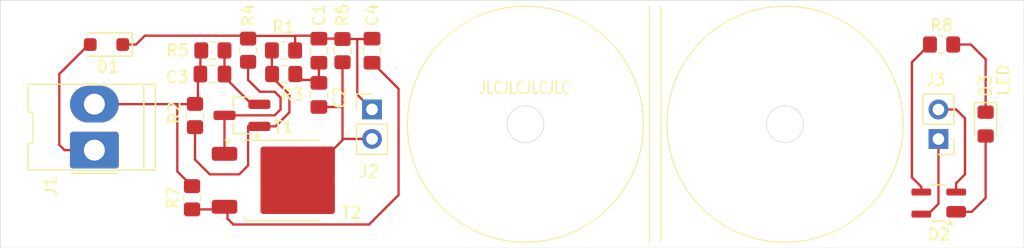
<source format=kicad_pcb>
(kicad_pcb (version 20240108) (generator "pcbnew") (generator_version "8.0")
  (layers (0 "F.Cu" signal) (31 "B.Cu" signal) (34 "B.Paste" user) (35 "F.Paste" user) (36 "B.SilkS" user "B.Silkscreen") (37 "F.SilkS" user "F.Silkscreen") (38 "B.Mask" user) (39 "F.Mask" user) (44 "Edge.Cuts" user))
  (net 0 "")
  (net 1 "Net-(T1-E)")
  (net 2 "Net-(T1-C)")
  (net 3 "Net-(T1-B)")
  (net 4 "Net-(D1-K)")
  (net 5 "Net-(D1-A)")
  (net 6 "0")
  (net 7 "Net-(C1-Pad2)")
  (net 8 "Net-(J2-Pin_2)")
  (net 9 "Net-(T2-E)")
  (net 10 "Net-(D2--)")
  (net 11 "Net-(D3-K)")
  (net 12 "Net-(J3-Pin_2)")
  (net 13 "Net-(D2-+)")
  (net 14 "Net-(J3-Pin_1)")
  (footprint "Connector_PinHeader_2.54mm:PinHeader_1x02_P2.54mm_Vertical" (layer "F.Cu") (at 187.452 77.475 180)
    (property "Reference" "J3" (at 0.254 5.085 180) (layer "F.SilkS"))
    (property "Value" " Coil 4uH")
    (fp_line (start 1.33 1.27) (end 1.33 3.87) (stroke (width 0.12)) (layer "F.SilkS"))
    (fp_line (start -1.33 3.87) (end 1.33 3.87) (stroke (width 0.12)) (layer "F.SilkS"))
    (fp_line (start -1.33 1.27) (end 1.33 1.27) (stroke (width 0.12)) (layer "F.SilkS"))
    (fp_line (start -1.33 1.27) (end -1.33 3.87) (stroke (width 0.12)) (layer "F.SilkS"))
    (fp_line (start -1.33 0) (end -1.33 -1.33) (stroke (width 0.12)) (layer "F.SilkS"))
    (fp_line (start -1.33 -1.33) (end 0 -1.33) (stroke (width 0.12)) (layer "F.SilkS"))
    (pad "1" thru_hole rect (at 0 0 180) (size 1.7 1.7) (drill 1) (layers "*.Cu" "*.Mask") (net 14 "Net-(J3-Pin_1)"))
    (pad "2" thru_hole oval (at 0 2.54 180) (size 1.7 1.7) (drill 1) (layers "*.Cu" "*.Mask") (net 12 "Net-(J3-Pin_2)"))
  )
  (footprint "Resistor_SMD:R_0805_2012Metric_Pad1.20x1.40mm_HandSolder" (layer "F.Cu") (at 131.08 71.882 180)
    (property "Reference" "R3" (at -0.746 -1.778 180) (layer "F.SilkS"))
    (property "Value" "22k")
    (fp_line (start -0.227064 0.735) (end 0.227064 0.735) (stroke (width 0.12)) (layer "F.SilkS"))
    (fp_line (start -0.227064 -0.735) (end 0.227064 -0.735) (stroke (width 0.12)) (layer "F.SilkS"))
    (pad "1" smd roundrect (at -1 0 180) (size 1.2 1.4) (layers "F.Cu" "F.Paste" "F.Mask") (roundrect_rratio 0.208333) (net 7 "Net-(C1-Pad2)"))
    (pad "2" smd roundrect (at 1 0 180) (size 1.2 1.4) (layers "F.Cu" "F.Paste" "F.Mask") (roundrect_rratio 0.208333) (net 3 "Net-(T1-B)"))
  )
  (footprint "Secoh:SOT-23_Mirrored_Handsoldering" (layer "F.Cu") (at 127.484 75.438 180)
    (property "Reference" "T1" (at -3.58 -1.016 180) (layer "F.SilkS"))
    (property "Value" "2SC2412K")
    (fp_line (start 0.76 1.58) (end 0.76 0.65) (stroke (width 0.12)) (layer "F.SilkS"))
    (fp_line (start 0.76 1.58) (end -0.7 1.58) (stroke (width 0.12)) (layer "F.SilkS"))
    (fp_line (start 0.76 -1.58) (end 0.76 -0.65) (stroke (width 0.12)) (layer "F.SilkS"))
    (fp_line (start -0.04 -1.58) (end 0.76 -1.58) (stroke (width 0.12)) (layer "F.SilkS"))
    (fp_line (start -0.04 -1.58) (end -0.84 -1.58) (stroke (width 0.12)) (layer "F.SilkS"))
    (fp_poly (pts (xy -1.34 -1.61) (xy -1.58 -1.94) (xy -1.1 -1.94) (xy -1.34 -1.61)) (stroke (width 0.12)) (fill solid) (layer "F.SilkS"))
    (pad "1" smd roundrect (at -1.5 0.95 180) (size 1.9 0.8) (layers "F.Cu" "F.Paste" "F.Mask") (net 1 "Net-(T1-E)"))
    (pad "2" smd roundrect (at -1.5 -0.95 180) (size 1.9 0.8) (layers "F.Cu" "F.Paste" "F.Mask") (net 3 "Net-(T1-B)"))
    (pad "3" smd roundrect (at 1.5 0 180) (size 1.9 0.8) (layers "F.Cu" "F.Paste" "F.Mask") (net 2 "Net-(T1-C)"))
  )
  (footprint "LED_SMD:LED_0805_2012Metric_Pad1.15x1.40mm_HandSolder" (layer "F.Cu") (at 191.516 76.191 -90)
    (property "Reference" "D3" (at -3.293 0 90) (layer "F.SilkS"))
    (property "Value" "LED" (at -3.801 -1.524 90) (layer "F.SilkS"))
    (fp_line (start -1.86 0.96) (end 1 0.96) (stroke (width 0.12)) (layer "F.SilkS"))
    (fp_line (start -1.86 -0.96) (end -1.86 0.96) (stroke (width 0.12)) (layer "F.SilkS"))
    (fp_line (start 1 -0.96) (end -1.86 -0.96) (stroke (width 0.12)) (layer "F.SilkS"))
    (pad "1" smd roundrect (at -1.025 0 270) (size 1.15 1.4) (layers "F.Cu" "F.Paste" "F.Mask") (roundrect_rratio 0.217391) (net 11 "Net-(D3-K)"))
    (pad "2" smd roundrect (at 1.025 0 270) (size 1.15 1.4) (layers "F.Cu" "F.Paste" "F.Mask") (roundrect_rratio 0.217391) (net 13 "Net-(D2-+)"))
  )
  (footprint "Capacitor_SMD:C_0805_2012Metric_Pad1.18x1.45mm_HandSolder" (layer "F.Cu") (at 138.684 69.8715 -90)
    (property "Reference" "C4" (at -3.0695 0 90) (layer "F.SilkS"))
    (property "Value" "1µ")
    (fp_line (start -0.261252 0.735) (end 0.261252 0.735) (stroke (width 0.12)) (layer "F.SilkS"))
    (fp_line (start -0.261252 -0.735) (end 0.261252 -0.735) (stroke (width 0.12)) (layer "F.SilkS"))
    (pad "1" smd roundrect (at -1.0375 0 270) (size 1.175 1.45) (layers "F.Cu" "F.Paste" "F.Mask") (roundrect_rratio 0.212766) (net 4 "Net-(D1-K)"))
    (pad "2" smd roundrect (at 1.0375 0 270) (size 1.175 1.45) (layers "F.Cu" "F.Paste" "F.Mask") (roundrect_rratio 0.212766) (net 9 "Net-(T2-E)"))
  )
  (footprint "Resistor_SMD:R_0805_2012Metric_Pad1.20x1.40mm_HandSolder" (layer "F.Cu") (at 123.444 75.454 90)
    (property "Reference" "R2" (at 0.238 -1.778 270) (layer "F.SilkS"))
    (property "Value" "100k")
    (fp_line (start -0.227064 -0.735) (end 0.227064 -0.735) (stroke (width 0.12)) (layer "F.SilkS"))
    (fp_line (start -0.227064 0.735) (end 0.227064 0.735) (stroke (width 0.12)) (layer "F.SilkS"))
    (pad "1" smd roundrect (at -1 0 90) (size 1.2 1.4) (layers "F.Cu" "F.Paste" "F.Mask") (roundrect_rratio 0.208333) (net 3 "Net-(T1-B)"))
    (pad "2" smd roundrect (at 1 0 90) (size 1.2 1.4) (layers "F.Cu" "F.Paste" "F.Mask") (roundrect_rratio 0.208333) (net 6 "0"))
  )
  (footprint "Capacitor_SMD:C_0805_2012Metric_Pad1.18x1.45mm_HandSolder" (layer "F.Cu") (at 124.9465 71.882 180)
    (property "Reference" "C3" (at 3.0265 -0.254 180) (layer "F.SilkS"))
    (property "Value" "0.01µ")
    (fp_line (start -0.261252 0.735) (end 0.261252 0.735) (stroke (width 0.12)) (layer "F.SilkS"))
    (fp_line (start -0.261252 -0.735) (end 0.261252 -0.735) (stroke (width 0.12)) (layer "F.SilkS"))
    (pad "1" smd roundrect (at -1.0375 0 180) (size 1.175 1.45) (layers "F.Cu" "F.Paste" "F.Mask") (roundrect_rratio 0.212766) (net 1 "Net-(T1-E)"))
    (pad "2" smd roundrect (at 1.0375 0 180) (size 1.175 1.45) (layers "F.Cu" "F.Paste" "F.Mask") (roundrect_rratio 0.212766) (net 6 "0"))
  )
  (footprint "Connector_PinHeader_2.54mm:PinHeader_1x02_P2.54mm_Vertical" (layer "F.Cu") (at 138.684 74.925)
    (property "Reference" "J2" (at -0.254 5.339 0) (layer "F.SilkS"))
    (property "Value" " Coil 4uH")
    (fp_line (start -1.33 -1.33) (end 0 -1.33) (stroke (width 0.12)) (layer "F.SilkS"))
    (fp_line (start -1.33 0) (end -1.33 -1.33) (stroke (width 0.12)) (layer "F.SilkS"))
    (fp_line (start -1.33 1.27) (end -1.33 3.87) (stroke (width 0.12)) (layer "F.SilkS"))
    (fp_line (start -1.33 1.27) (end 1.33 1.27) (stroke (width 0.12)) (layer "F.SilkS"))
    (fp_line (start -1.33 3.87) (end 1.33 3.87) (stroke (width 0.12)) (layer "F.SilkS"))
    (fp_line (start 1.33 1.27) (end 1.33 3.87) (stroke (width 0.12)) (layer "F.SilkS"))
    (pad "1" thru_hole rect (at 0 0) (size 1.7 1.7) (drill 1) (layers "*.Cu" "*.Mask") (net 4 "Net-(D1-K)"))
    (pad "2" thru_hole oval (at 0 2.54) (size 1.7 1.7) (drill 1) (layers "*.Cu" "*.Mask") (net 8 "Net-(J2-Pin_2)"))
  )
  (footprint "Resistor_SMD:R_0805_2012Metric_Pad1.20x1.40mm_HandSolder" (layer "F.Cu") (at 136.144 69.866 -90)
    (property "Reference" "R6" (at -3.064 0 90) (layer "F.SilkS"))
    (property "Value" "47k")
    (fp_line (start -0.227064 0.735) (end 0.227064 0.735) (stroke (width 0.12)) (layer "F.SilkS"))
    (fp_line (start -0.227064 -0.735) (end 0.227064 -0.735) (stroke (width 0.12)) (layer "F.SilkS"))
    (pad "1" smd roundrect (at -1 0 270) (size 1.2 1.4) (layers "F.Cu" "F.Paste" "F.Mask") (roundrect_rratio 0.208333) (net 4 "Net-(D1-K)"))
    (pad "2" smd roundrect (at 1 0 270) (size 1.2 1.4) (layers "F.Cu" "F.Paste" "F.Mask") (roundrect_rratio 0.208333) (net 8 "Net-(J2-Pin_2)"))
  )
  (footprint "Resistor_SMD:R_0805_2012Metric_Pad1.20x1.40mm_HandSolder" (layer "F.Cu") (at 123.19 82.534 90)
    (property "Reference" "R7" (at 0 -1.65 270) (layer "F.SilkS"))
    (property "Value" "1k")
    (fp_line (start -0.227064 -0.735) (end 0.227064 -0.735) (stroke (width 0.12)) (layer "F.SilkS"))
    (fp_line (start -0.227064 0.735) (end 0.227064 0.735) (stroke (width 0.12)) (layer "F.SilkS"))
    (pad "1" smd roundrect (at -1 0 90) (size 1.2 1.4) (layers "F.Cu" "F.Paste" "F.Mask") (roundrect_rratio 0.208333) (net 9 "Net-(T2-E)"))
    (pad "2" smd roundrect (at 1 0 90) (size 1.2 1.4) (layers "F.Cu" "F.Paste" "F.Mask") (roundrect_rratio 0.208333) (net 6 "0"))
  )
  (footprint "Capacitor_SMD:C_0805_2012Metric_Pad1.18x1.45mm_HandSolder" (layer "F.Cu") (at 134.112 73.6815 -90)
    (property "Reference" "C2" (at 0.2325 -1.778 90) (layer "F.SilkS"))
    (property "Value" "0.22µ")
    (fp_line (start -0.261252 0.735) (end 0.261252 0.735) (stroke (width 0.12)) (layer "F.SilkS"))
    (fp_line (start -0.261252 -0.735) (end 0.261252 -0.735) (stroke (width 0.12)) (layer "F.SilkS"))
    (pad "1" smd roundrect (at -1.0375 0 270) (size 1.175 1.45) (layers "F.Cu" "F.Paste" "F.Mask") (roundrect_rratio 0.212766) (net 7 "Net-(C1-Pad2)"))
    (pad "2" smd roundrect (at 1.0375 0 270) (size 1.175 1.45) (layers "F.Cu" "F.Paste" "F.Mask") (roundrect_rratio 0.212766) (net 8 "Net-(J2-Pin_2)"))
  )
  (footprint "Connector_Molex:Molex_KK-396_5273-02A_1x02_P3.96mm_Vertical" (layer "F.Cu") (at 114.779 78.434 90)
    (property "Reference" "J1" (at -3.1 -3.781 270) (layer "F.SilkS"))
    (property "Value" "12-24V")
    (fp_line (start 5.67 -5.71) (end 5.67 5.26) (stroke (width 0.12)) (layer "F.SilkS"))
    (fp_line (start 3.27 -5.71) (end 5.67 -5.71) (stroke (width 0.12)) (layer "F.SilkS"))
    (fp_line (start 0.57 -5.71) (end 0.57 -5.31) (stroke (width 0.12)) (layer "F.SilkS"))
    (fp_line (start -1.71 -5.71) (end 0.57 -5.71) (stroke (width 0.12)) (layer "F.SilkS"))
    (fp_line (start 3.27 -5.31) (end 3.27 -5.71) (stroke (width 0.12)) (layer "F.SilkS"))
    (fp_line (start 0.57 -5.31) (end 3.27 -5.31) (stroke (width 0.12)) (layer "F.SilkS"))
    (fp_line (start -2 -2) (end -2 2) (stroke (width 0.12)) (layer "F.SilkS"))
    (fp_line (start -1.71 4.26) (end -1.71 -5.71) (stroke (width 0.12)) (layer "F.SilkS"))
    (fp_line (start -1.71 4.26) (end 5.67 4.26) (stroke (width 0.12)) (layer "F.SilkS"))
    (fp_line (start 5.67 5.26) (end -1.71 5.26) (stroke (width 0.12)) (layer "F.SilkS"))
    (fp_line (start -1.71 5.26) (end -1.71 4.26) (stroke (width 0.12)) (layer "F.SilkS"))
    (pad "1" thru_hole roundrect (at 0 0 90) (size 3.16 4.2) (drill 1.8) (layers "*.Cu" "*.Mask") (roundrect_rratio 0.079114) (net 5 "Net-(D1-A)"))
    (pad "2" thru_hole oval (at 3.96 0 90) (size 3.16 4.2) (drill 1.8) (layers "*.Cu" "*.Mask") (net 6 "0"))
  )
  (footprint "Resistor_SMD:R_0805_2012Metric_Pad1.20x1.40mm_HandSolder" (layer "F.Cu") (at 187.722 69.342)
    (property "Reference" "R8" (at 0 -1.65 0) (layer "F.SilkS"))
    (property "Value" "100")
    (fp_line (start -0.227064 -0.735) (end 0.227064 -0.735) (stroke (width 0.12)) (layer "F.SilkS"))
    (fp_line (start -0.227064 0.735) (end 0.227064 0.735) (stroke (width 0.12)) (layer "F.SilkS"))
    (pad "1" smd roundrect (at -1 0) (size 1.2 1.4) (layers "F.Cu" "F.Paste" "F.Mask") (roundrect_rratio 0.208333) (net 10 "Net-(D2--)"))
    (pad "2" smd roundrect (at 1 0) (size 1.2 1.4) (layers "F.Cu" "F.Paste" "F.Mask") (roundrect_rratio 0.208333) (net 11 "Net-(D3-K)"))
  )
  (footprint "Package_TO_SOT_SMD:SOT-143_Handsoldering" (layer "F.Cu") (at 187.476 82.992 180)
    (property "Reference" "D2" (at -0.02 -2.7 180) (layer "F.SilkS"))
    (property "Value" "BGX50A")
    (fp_line (start 0.65 -1.56) (end -0.62 -1.56) (stroke (width 0.12)) (layer "F.SilkS"))
    (fp_line (start -0.65 1.56) (end 0.65 1.56) (stroke (width 0.12)) (layer "F.SilkS"))
    (fp_poly (pts (xy -1 -1.51) (xy -1.24 -1.84) (xy -0.76 -1.84) (xy -1 -1.51)) (stroke (width 0.12)) (fill solid) (layer "F.SilkS"))
    (pad "1" smd roundrect (at -1.5 -0.75 180) (size 1.7 1) (layers "F.Cu" "F.Paste" "F.Mask") (net 13 "Net-(D2-+)"))
    (pad "2" smd roundrect (at -1.5 0.95 180) (size 1.7 0.6) (layers "F.Cu" "F.Paste" "F.Mask") (net 12 "Net-(J3-Pin_2)"))
    (pad "3" smd roundrect (at 1.5 0.95 180) (size 1.7 0.6) (layers "F.Cu" "F.Paste" "F.Mask") (net 10 "Net-(D2--)"))
    (pad "4" smd roundrect (at 1.5 -0.95 180) (size 1.7 0.6) (layers "F.Cu" "F.Paste" "F.Mask") (net 14 "Net-(J3-Pin_1)"))
  )
  (footprint "Resistor_SMD:R_0805_2012Metric_Pad1.20x1.40mm_HandSolder" (layer "F.Cu") (at 128.016 69.834 -90)
    (property "Reference" "R4" (at -3.032 0 90) (layer "F.SilkS"))
    (property "Value" "10k")
    (fp_line (start -0.227064 0.735) (end 0.227064 0.735) (stroke (width 0.12)) (layer "F.SilkS"))
    (fp_line (start -0.227064 -0.735) (end 0.227064 -0.735) (stroke (width 0.12)) (layer "F.SilkS"))
    (pad "1" smd roundrect (at -1 0 270) (size 1.2 1.4) (layers "F.Cu" "F.Paste" "F.Mask") (roundrect_rratio 0.208333) (net 4 "Net-(D1-K)"))
    (pad "2" smd roundrect (at 1 0 270) (size 1.2 1.4) (layers "F.Cu" "F.Paste" "F.Mask") (roundrect_rratio 0.208333) (net 2 "Net-(T1-C)"))
  )
  (footprint "Resistor_SMD:R_0805_2012Metric_Pad1.20x1.40mm_HandSolder" (layer "F.Cu") (at 124.984 69.85 180)
    (property "Reference" "R5" (at 3.032 0 180) (layer "F.SilkS"))
    (property "Value" "10k")
    (fp_line (start -0.227064 0.735) (end 0.227064 0.735) (stroke (width 0.12)) (layer "F.SilkS"))
    (fp_line (start -0.227064 -0.735) (end 0.227064 -0.735) (stroke (width 0.12)) (layer "F.SilkS"))
    (pad "1" smd roundrect (at -1 0 180) (size 1.2 1.4) (layers "F.Cu" "F.Paste" "F.Mask") (roundrect_rratio 0.208333) (net 1 "Net-(T1-E)"))
    (pad "2" smd roundrect (at 1 0 180) (size 1.2 1.4) (layers "F.Cu" "F.Paste" "F.Mask") (roundrect_rratio 0.208333) (net 6 "0"))
  )
  (footprint "Package_TO_SOT_SMD:TO-252-2" (layer "F.Cu") (at 131.024 81.032)
    (property "Reference" "T2" (at 5.882 2.788 0) (layer "F.SilkS"))
    (property "Value" "2SCR587D3")
    (fp_line (start -3.31 -3.45) (end -3.31 -3.18) (stroke (width 0.12)) (layer "F.SilkS"))
    (fp_line (start -3.31 3.45) (end -3.31 3.18) (stroke (width 0.12)) (layer "F.SilkS"))
    (fp_line (start 3.11 -3.45) (end -3.31 -3.45) (stroke (width 0.12)) (layer "F.SilkS"))
    (fp_line (start 3.11 3.45) (end -3.31 3.45) (stroke (width 0.12)) (layer "F.SilkS"))
    (fp_poly (pts (xy -4.73 -3.14) (xy -4.97 -3.47) (xy -4.49 -3.47) (xy -4.73 -3.14)) (stroke (width 0.12)) (fill solid) (layer "F.SilkS"))
    (pad "1" smd roundrect (at -5.04 -2.28) (size 2.2 1.2) (layers "F.Cu" "F.Paste" "F.Mask") (roundrect_rratio 0.208333) (net 2 "Net-(T1-C)"))
    (pad "2" smd roundrect (at -0.415 -1.525) (size 3.05 2.75) (layers "F.Cu" "F.Paste") (roundrect_rratio 0.090909) (net 8 "Net-(J2-Pin_2)"))
    (pad "2" smd roundrect (at -0.415 1.525) (size 3.05 2.75) (layers "F.Cu" "F.Paste") (roundrect_rratio 0.090909) (net 8 "Net-(J2-Pin_2)"))
    (pad "2" smd roundrect (at 1.26 0) (size 6.4 5.8) (layers "F.Cu" "F.Mask") (roundrect_rratio 0.043103) (net 8 "Net-(J2-Pin_2)"))
    (pad "2" smd roundrect (at 2.935 -1.525) (size 3.05 2.75) (layers "F.Cu" "F.Paste") (roundrect_rratio 0.090909) (net 8 "Net-(J2-Pin_2)"))
    (pad "2" smd roundrect (at 2.935 1.525) (size 3.05 2.75) (layers "F.Cu" "F.Paste") (roundrect_rratio 0.090909) (net 8 "Net-(J2-Pin_2)"))
    (pad "3" smd roundrect (at -5.04 2.28) (size 2.2 1.2) (layers "F.Cu" "F.Paste" "F.Mask") (roundrect_rratio 0.208333) (net 9 "Net-(T2-E)"))
  )
  (footprint "Resistor_SMD:R_0805_2012Metric_Pad1.20x1.40mm_HandSolder" (layer "F.Cu") (at 131.064 69.85 180)
    (property "Reference" "R1" (at 0 2.032 180) (layer "F.SilkS"))
    (property "Value" "100k")
    (fp_line (start -0.227064 0.735) (end 0.227064 0.735) (stroke (width 0.12)) (layer "F.SilkS"))
    (fp_line (start -0.227064 -0.735) (end 0.227064 -0.735) (stroke (width 0.12)) (layer "F.SilkS"))
    (pad "1" smd roundrect (at -1 0 180) (size 1.2 1.4) (layers "F.Cu" "F.Paste" "F.Mask") (roundrect_rratio 0.208333) (net 4 "Net-(D1-K)"))
    (pad "2" smd roundrect (at 1 0 180) (size 1.2 1.4) (layers "F.Cu" "F.Paste" "F.Mask") (roundrect_rratio 0.208333) (net 3 "Net-(T1-B)"))
  )
  (footprint "Diode_SMD:D_SOD-123F" (layer "F.Cu") (at 115.824 69.342 180)
    (property "Reference" "D1" (at -0.127 -1.905 180) (layer "F.SilkS"))
    (property "Value" "D")
    (fp_line (start -2.21 1) (end 1.65 1) (stroke (width 0.12)) (layer "F.SilkS"))
    (fp_line (start -2.21 -1) (end 1.65 -1) (stroke (width 0.12)) (layer "F.SilkS"))
    (fp_line (start -2.21 -1) (end -2.21 1) (stroke (width 0.12)) (layer "F.SilkS"))
    (pad "1" smd roundrect (at -1.4 0 180) (size 1.1 1.1) (layers "F.Cu" "F.Paste" "F.Mask") (roundrect_rratio 0.2272727273) (net 4 "Net-(D1-K)"))
    (pad "2" smd roundrect (at 1.4 0 180) (size 1.1 1.1) (layers "F.Cu" "F.Paste" "F.Mask") (roundrect_rratio 0.2272727273) (net 5 "Net-(D1-A)"))
  )
  (footprint "Capacitor_SMD:C_0805_2012Metric_Pad1.18x1.45mm_HandSolder" (layer "F.Cu") (at 134.112 69.8715 -90)
    (property "Reference" "C1" (at -3.0695 0 90) (layer "F.SilkS"))
    (property "Value" "0.22µ")
    (fp_line (start -0.261252 0.735) (end 0.261252 0.735) (stroke (width 0.12)) (layer "F.SilkS"))
    (fp_line (start -0.261252 -0.735) (end 0.261252 -0.735) (stroke (width 0.12)) (layer "F.SilkS"))
    (pad "1" smd roundrect (at -1.0375 0 270) (size 1.175 1.45) (layers "F.Cu" "F.Paste" "F.Mask") (roundrect_rratio 0.212766) (net 4 "Net-(D1-K)"))
    (pad "2" smd roundrect (at 1.0375 0 270) (size 1.175 1.45) (layers "F.Cu" "F.Paste" "F.Mask") (roundrect_rratio 0.212766) (net 7 "Net-(C1-Pad2)"))
  )
  (gr_line (start 163.576 66.04) (end 163.576 86.36) (stroke (width 0.1)) (layer "F.SilkS"))
  (gr_circle (center 174.244 76.2) (end 184.404 76.2) (stroke (width 0.1)) (fill none) (layer "F.SilkS"))
  (gr_line (start 162.56 66.04) (end 162.56 86.36) (stroke (width 0.1)) (layer "F.SilkS"))
  (gr_circle (center 151.892 76.2) (end 162.052 76.2) (stroke (width 0.1)) (fill none) (layer "F.SilkS"))
  (gr_poly (pts (xy 106.68 86.868) (xy 106.68 65.532) (xy 194.818 65.532) (xy 194.818 86.868)) (stroke (width 0.05)) (fill none) (layer "Edge.Cuts"))
  (gr_circle (center 151.892 76.2) (end 153.4795 76.2) (stroke (width 0.05)) (fill none) (layer "Edge.Cuts"))
  (gr_circle (center 174.244 76.2) (end 175.8315 76.2) (stroke (width 0.05)) (fill none) (layer "Edge.Cuts"))
  (gr_text "JLCJLCJLCJLC" (at 147.828 73.66 0) (layer "F.SilkS") (effects (font (size 1.016 0.762) (thickness 0.127) (bold yes)) (justify left bottom)))
  (segment (start 125.984 71.882) (end 125.984 69.85) (width 0.2) (layer "F.Cu") (net 1))
  (segment (start 128.984 74.488) (end 128.336 74.488) (width 0.2) (layer "F.Cu") (net 1))
  (segment (start 128.336 74.488) (end 125.984 72.136) (width 0.2) (layer "F.Cu") (net 1))
  (segment (start 125.984 72.136) (end 125.984 71.882) (width 0.2) (layer "F.Cu") (net 1))
  (segment (start 125.984 75.438) (end 125.984 78.498) (width 0.2) (layer "F.Cu") (net 2))
  (segment (start 128.016 72.39) (end 128.016 70.834) (width 0.2) (layer "F.Cu") (net 2))
  (segment (start 130.302 73.406) (end 129.032 73.406) (width 0.2) (layer "F.Cu") (net 2))
  (segment (start 130.81 74.93) (end 130.81 73.914) (width 0.2) (layer "F.Cu") (net 2))
  (segment (start 129.032 73.406) (end 128.016 72.39) (width 0.2) (layer "F.Cu") (net 2))
  (segment (start 125.984 75.438) (end 130.302 75.438) (width 0.2) (layer "F.Cu") (net 2))
  (segment (start 125.984 78.498) (end 126.238 78.752) (width 0.2) (layer "F.Cu") (net 2))
  (segment (start 130.81 73.914) (end 130.302 73.406) (width 0.2) (layer "F.Cu") (net 2))
  (segment (start 130.302 75.438) (end 130.81 74.93) (width 0.2) (layer "F.Cu") (net 2))
  (segment (start 123.444 79.248) (end 123.444 76.454) (width 0.2) (layer "F.Cu") (net 3))
  (segment (start 128.016 79.756) (end 127.254 80.518) (width 0.2) (layer "F.Cu") (net 3))
  (segment (start 130.08 71.882) (end 130.08 72.152) (width 0.2) (layer "F.Cu") (net 3))
  (segment (start 131.572 73.644) (end 131.572 75.184) (width 0.2) (layer "F.Cu") (net 3))
  (segment (start 131.572 75.184) (end 130.368 76.388) (width 0.2) (layer "F.Cu") (net 3))
  (segment (start 130.08 72.152) (end 131.572 73.644) (width 0.2) (layer "F.Cu") (net 3))
  (segment (start 130.064 71.866) (end 130.08 71.882) (width 0.2) (layer "F.Cu") (net 3))
  (segment (start 128.016 76.388) (end 128.016 79.756) (width 0.2) (layer "F.Cu") (net 3))
  (segment (start 127.254 80.518) (end 124.714 80.518) (width 0.2) (layer "F.Cu") (net 3))
  (segment (start 124.714 80.518) (end 123.444 79.248) (width 0.2) (layer "F.Cu") (net 3))
  (segment (start 130.368 76.388) (end 128.984 76.388) (width 0.2) (layer "F.Cu") (net 3))
  (segment (start 128.984 76.388) (end 128.016 76.388) (width 0.2) (layer "F.Cu") (net 3))
  (segment (start 130.064 69.85) (end 130.064 71.866) (width 0.2) (layer "F.Cu") (net 3))
  (segment (start 135.922 68.866) (end 135.89 68.834) (width 0.2) (layer "F.Cu") (net 4))
  (segment (start 136.144 68.866) (end 135.922 68.866) (width 0.2) (layer "F.Cu") (net 4))
  (segment (start 132.064 68.596) (end 128.254 68.596) (width 0.2) (layer "F.Cu") (net 4))
  (segment (start 132.064 69.85) (end 132.064 68.596) (width 0.2) (layer "F.Cu") (net 4))
  (segment (start 119.126 68.58) (end 127.762 68.58) (width 0.2) (layer "F.Cu") (net 4))
  (segment (start 137.414 68.866) (end 136.144 68.866) (width 0.2) (layer "F.Cu") (net 4))
  (segment (start 133.858 68.58) (end 134.112 68.834) (width 0.2) (layer "F.Cu") (net 4))
  (segment (start 132.08 68.58) (end 133.858 68.58) (width 0.2) (layer "F.Cu") (net 4))
  (segment (start 138.176 68.834) (end 138.684 68.834) (width 0.2) (layer "F.Cu") (net 4))
  (segment (start 132.064 68.596) (end 132.08 68.58) (width 0.2) (layer "F.Cu") (net 4))
  (segment (start 138.684 74.925) (end 138.679 74.925) (width 0.2) (layer "F.Cu") (net 4))
  (segment (start 118.364 69.342) (end 119.126 68.58) (width 0.2) (layer "F.Cu") (net 4))
  (segment (start 137.414 73.66) (end 137.414 68.866) (width 0.2) (layer "F.Cu") (net 4))
  (segment (start 138.684 68.834) (end 138.652 68.866) (width 0.2) (layer "F.Cu") (net 4))
  (segment (start 138.652 68.866) (end 137.414 68.866) (width 0.2) (layer "F.Cu") (net 4))
  (segment (start 138.679 74.925) (end 137.414 73.66) (width 0.2) (layer "F.Cu") (net 4))
  (segment (start 127.762 68.58) (end 128.016 68.834) (width 0.2) (layer "F.Cu") (net 4))
  (segment (start 135.89 68.834) (end 134.112 68.834) (width 0.2) (layer "F.Cu") (net 4))
  (segment (start 128.254 68.596) (end 128.016 68.834) (width 0.2) (layer "F.Cu") (net 4))
  (segment (start 117.224 69.342) (end 118.364 69.342) (width 0.2) (layer "F.Cu") (net 4))
  (segment (start 138.679 74.925) (end 137.922 74.168) (width 0.2) (layer "B.Cu") (net 4))
  (segment (start 138.684 74.925) (end 138.679 74.925) (width 0.2) (layer "B.Cu") (net 4))
  (segment (start 111.76 71.882) (end 114.3 69.342) (width 0.2) (layer "F.Cu") (net 5))
  (segment (start 114.3 69.342) (end 114.424 69.342) (width 0.2) (layer "F.Cu") (net 5))
  (segment (start 111.76 77.978) (end 111.76 71.882) (width 0.2) (layer "F.Cu") (net 5))
  (segment (start 112.216 78.434) (end 111.76 77.978) (width 0.2) (layer "F.Cu") (net 5))
  (segment (start 114.779 78.434) (end 112.216 78.434) (width 0.2) (layer "F.Cu") (net 5))
  (segment (start 123.909 71.882) (end 123.909 69.925) (width 0.2) (layer "F.Cu") (net 6))
  (segment (start 123.698 74.422) (end 123.698 72.093) (width 0.2) (layer "F.Cu") (net 6))
  (segment (start 123.698 72.093) (end 123.909 71.882) (width 0.2) (layer "F.Cu") (net 6))
  (segment (start 114.779 74.474) (end 121.92 74.474) (width 0.2) (layer "F.Cu") (net 6))
  (segment (start 123.424 74.474) (end 123.444 74.454) (width 0.2) (layer "F.Cu") (net 6))
  (segment (start 123.19 81.534) (end 121.92 80.264) (width 0.2) (layer "F.Cu") (net 6))
  (segment (start 121.92 80.264) (end 121.92 74.474) (width 0.2) (layer "F.Cu") (net 6))
  (segment (start 121.92 74.474) (end 123.424 74.474) (width 0.2) (layer "F.Cu") (net 6))
  (segment (start 123.909 69.925) (end 123.984 69.85) (width 0.2) (layer "F.Cu") (net 6))
  (segment (start 123.444 74.454) (end 123.666 74.454) (width 0.2) (layer "F.Cu") (net 6))
  (segment (start 123.666 74.454) (end 123.698 74.422) (width 0.2) (layer "F.Cu") (net 6))
  (segment (start 134.112 72.644) (end 133.858 72.39) (width 0.2) (layer "F.Cu") (net 7))
  (segment (start 133.858 72.39) (end 132.588 72.39) (width 0.2) (layer "F.Cu") (net 7))
  (segment (start 134.112 72.644) (end 134.112 70.909) (width 0.2) (layer "F.Cu") (net 7))
  (segment (start 132.588 72.39) (end 132.08 71.882) (width 0.2) (layer "F.Cu") (net 7))
  (segment (start 136.144 74.676) (end 136.144 77.47) (width 0.2) (layer "F.Cu") (net 8))
  (segment (start 136.144 70.866) (end 136.144 74.676) (width 0.2) (layer "F.Cu") (net 8))
  (segment (start 134.112 74.719) (end 136.101 74.719) (width 0.2) (layer "F.Cu") (net 8))
  (segment (start 138.684 77.465) (end 136.149 77.465) (width 0.2) (layer "F.Cu") (net 8))
  (segment (start 136.144 77.576) (end 134.213 79.507) (width 0.2) (layer "F.Cu") (net 8))
  (segment (start 136.101 74.719) (end 136.144 74.676) (width 0.2) (layer "F.Cu") (net 8))
  (segment (start 136.144 77.47) (end 136.144 77.576) (width 0.2) (layer "F.Cu") (net 8))
  (segment (start 136.149 77.465) (end 136.144 77.47) (width 0.2) (layer "F.Cu") (net 8))
  (segment (start 123.19 83.534) (end 125.762 83.534) (width 0.2) (layer "F.Cu") (net 9))
  (segment (start 140.97 73.152) (end 140.97 82.296) (width 0.2) (layer "F.Cu") (net 9))
  (segment (start 138.684 70.909) (end 138.727 70.909) (width 0.2) (layer "F.Cu") (net 9))
  (segment (start 125.762 83.534) (end 125.984 83.312) (width 0.2) (layer "F.Cu") (net 9))
  (segment (start 126.746 84.836) (end 126.238 84.328) (width 0.2) (layer "F.Cu") (net 9))
  (segment (start 140.97 82.296) (end 138.43 84.836) (width 0.2) (layer "F.Cu") (net 9))
  (segment (start 126.238 84.328) (end 126.238 83.312) (width 0.2) (layer "F.Cu") (net 9))
  (segment (start 138.727 70.909) (end 140.97 73.152) (width 0.2) (layer "F.Cu") (net 9))
  (segment (start 138.43 84.836) (end 126.746 84.836) (width 0.2) (layer "F.Cu") (net 9))
  (segment (start 185.976 82.042) (end 185.976 81.582) (width 0.2) (layer "F.Cu") (net 10))
  (segment (start 185.166 80.772) (end 185.166 70.866) (width 0.2) (layer "F.Cu") (net 10))
  (segment (start 185.166 70.866) (end 186.69 69.342) (width 0.2) (layer "F.Cu") (net 10))
  (segment (start 186.69 69.342) (end 186.722 69.342) (width 0.2) (layer "F.Cu") (net 10))
  (segment (start 185.976 81.582) (end 185.166 80.772) (width 0.2) (layer "F.Cu") (net 10))
  (segment (start 190.246 69.342) (end 188.722 69.342) (width 0.2) (layer "F.Cu") (net 11))
  (segment (start 191.516 70.612) (end 190.246 69.342) (width 0.2) (layer "F.Cu") (net 11))
  (segment (start 191.516 75.166) (end 191.516 70.612) (width 0.2) (layer "F.Cu") (net 11))
  (segment (start 189.738 75.692) (end 188.981 74.935) (width 0.2) (layer "F.Cu") (net 12))
  (segment (start 189.738 80.518) (end 189.738 75.692) (width 0.2) (layer "F.Cu") (net 12))
  (segment (start 188.981 74.935) (end 187.452 74.935) (width 0.2) (layer "F.Cu") (net 12))
  (segment (start 188.976 81.28) (end 189.738 80.518) (width 0.2) (layer "F.Cu") (net 12))
  (segment (start 188.976 82.042) (end 188.976 81.28) (width 0.2) (layer "F.Cu") (net 12))
  (segment (start 190.324 83.742) (end 191.516 82.55) (width 0.2) (layer "F.Cu") (net 13))
  (segment (start 191.516 82.55) (end 191.516 77.216) (width 0.2) (layer "F.Cu") (net 13))
  (segment (start 188.976 83.742) (end 190.324 83.742) (width 0.2) (layer "F.Cu") (net 13))
  (segment (start 187.452 83.058) (end 187.452 77.475) (width 0.2) (layer "F.Cu") (net 14))
  (segment (start 185.976 83.942) (end 186.568 83.942) (width 0.2) (layer "F.Cu") (net 14))
  (segment (start 186.568 83.942) (end 187.452 83.058) (width 0.2) (layer "F.Cu") (net 14))
  (segment (start 185.928 83.894) (end 185.976 83.942) (width 0.2) (layer "F.Cu") (net 14))
)
</source>
